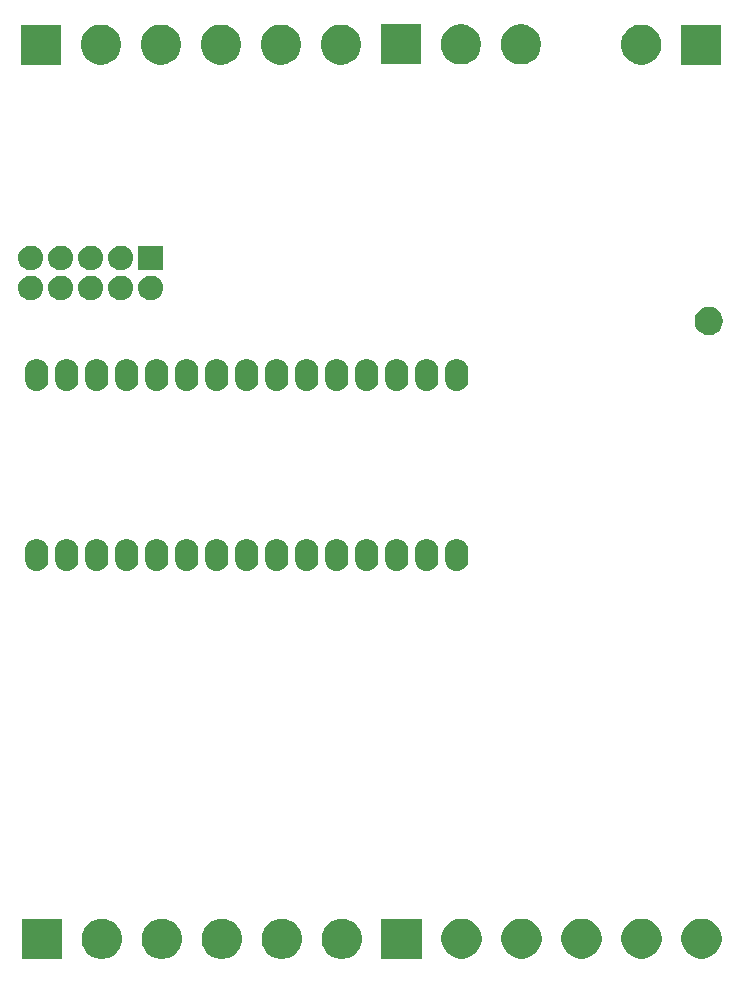
<source format=gbr>
G04 #@! TF.GenerationSoftware,KiCad,Pcbnew,5.0.2+dfsg1-1*
G04 #@! TF.CreationDate,2021-01-22T14:28:10+01:00*
G04 #@! TF.ProjectId,wat,7761742e-6b69-4636-9164-5f7063625858,rev?*
G04 #@! TF.SameCoordinates,Original*
G04 #@! TF.FileFunction,Soldermask,Bot*
G04 #@! TF.FilePolarity,Negative*
%FSLAX46Y46*%
G04 Gerber Fmt 4.6, Leading zero omitted, Abs format (unit mm)*
G04 Created by KiCad (PCBNEW 5.0.2+dfsg1-1) date vie 22 ene 2021 14:28:10 CET*
%MOMM*%
%LPD*%
G01*
G04 APERTURE LIST*
%ADD10C,0.100000*%
G04 APERTURE END LIST*
D10*
G36*
X92239977Y-153279930D02*
X92367672Y-153305330D01*
X92677052Y-153433479D01*
X92955487Y-153619523D01*
X93192277Y-153856313D01*
X93378321Y-154134748D01*
X93495949Y-154418728D01*
X93506470Y-154444129D01*
X93566748Y-154747163D01*
X93571800Y-154772565D01*
X93571800Y-155107435D01*
X93506470Y-155435872D01*
X93378321Y-155745252D01*
X93192277Y-156023687D01*
X92955487Y-156260477D01*
X92677052Y-156446521D01*
X92367672Y-156574670D01*
X92258193Y-156596447D01*
X92039237Y-156640000D01*
X91704363Y-156640000D01*
X91485407Y-156596447D01*
X91375928Y-156574670D01*
X91066548Y-156446521D01*
X90788113Y-156260477D01*
X90551323Y-156023687D01*
X90365279Y-155745252D01*
X90237130Y-155435872D01*
X90171800Y-155107435D01*
X90171800Y-154772565D01*
X90176853Y-154747163D01*
X90237130Y-154444129D01*
X90247651Y-154418728D01*
X90365279Y-154134748D01*
X90551323Y-153856313D01*
X90788113Y-153619523D01*
X91066548Y-153433479D01*
X91375928Y-153305330D01*
X91503623Y-153279930D01*
X91704363Y-153240000D01*
X92039237Y-153240000D01*
X92239977Y-153279930D01*
X92239977Y-153279930D01*
G37*
G36*
X82079977Y-153279930D02*
X82207672Y-153305330D01*
X82517052Y-153433479D01*
X82795487Y-153619523D01*
X83032277Y-153856313D01*
X83218321Y-154134748D01*
X83335949Y-154418728D01*
X83346470Y-154444129D01*
X83406748Y-154747163D01*
X83411800Y-154772565D01*
X83411800Y-155107435D01*
X83346470Y-155435872D01*
X83218321Y-155745252D01*
X83032277Y-156023687D01*
X82795487Y-156260477D01*
X82517052Y-156446521D01*
X82207672Y-156574670D01*
X82098193Y-156596447D01*
X81879237Y-156640000D01*
X81544363Y-156640000D01*
X81325407Y-156596447D01*
X81215928Y-156574670D01*
X80906548Y-156446521D01*
X80628113Y-156260477D01*
X80391323Y-156023687D01*
X80205279Y-155745252D01*
X80077130Y-155435872D01*
X80011800Y-155107435D01*
X80011800Y-154772565D01*
X80016853Y-154747163D01*
X80077130Y-154444129D01*
X80087651Y-154418728D01*
X80205279Y-154134748D01*
X80391323Y-153856313D01*
X80628113Y-153619523D01*
X80906548Y-153433479D01*
X81215928Y-153305330D01*
X81343623Y-153279930D01*
X81544363Y-153240000D01*
X81879237Y-153240000D01*
X82079977Y-153279930D01*
X82079977Y-153279930D01*
G37*
G36*
X68171800Y-156640000D02*
X64771800Y-156640000D01*
X64771800Y-153240000D01*
X68171800Y-153240000D01*
X68171800Y-156640000D01*
X68171800Y-156640000D01*
G37*
G36*
X76999977Y-153279930D02*
X77127672Y-153305330D01*
X77437052Y-153433479D01*
X77715487Y-153619523D01*
X77952277Y-153856313D01*
X78138321Y-154134748D01*
X78255949Y-154418728D01*
X78266470Y-154444129D01*
X78326748Y-154747163D01*
X78331800Y-154772565D01*
X78331800Y-155107435D01*
X78266470Y-155435872D01*
X78138321Y-155745252D01*
X77952277Y-156023687D01*
X77715487Y-156260477D01*
X77437052Y-156446521D01*
X77127672Y-156574670D01*
X77018193Y-156596447D01*
X76799237Y-156640000D01*
X76464363Y-156640000D01*
X76245407Y-156596447D01*
X76135928Y-156574670D01*
X75826548Y-156446521D01*
X75548113Y-156260477D01*
X75311323Y-156023687D01*
X75125279Y-155745252D01*
X74997130Y-155435872D01*
X74931800Y-155107435D01*
X74931800Y-154772565D01*
X74936853Y-154747163D01*
X74997130Y-154444129D01*
X75007651Y-154418728D01*
X75125279Y-154134748D01*
X75311323Y-153856313D01*
X75548113Y-153619523D01*
X75826548Y-153433479D01*
X76135928Y-153305330D01*
X76263623Y-153279930D01*
X76464363Y-153240000D01*
X76799237Y-153240000D01*
X76999977Y-153279930D01*
X76999977Y-153279930D01*
G37*
G36*
X71919977Y-153279930D02*
X72047672Y-153305330D01*
X72357052Y-153433479D01*
X72635487Y-153619523D01*
X72872277Y-153856313D01*
X73058321Y-154134748D01*
X73175949Y-154418728D01*
X73186470Y-154444129D01*
X73246748Y-154747163D01*
X73251800Y-154772565D01*
X73251800Y-155107435D01*
X73186470Y-155435872D01*
X73058321Y-155745252D01*
X72872277Y-156023687D01*
X72635487Y-156260477D01*
X72357052Y-156446521D01*
X72047672Y-156574670D01*
X71938193Y-156596447D01*
X71719237Y-156640000D01*
X71384363Y-156640000D01*
X71165407Y-156596447D01*
X71055928Y-156574670D01*
X70746548Y-156446521D01*
X70468113Y-156260477D01*
X70231323Y-156023687D01*
X70045279Y-155745252D01*
X69917130Y-155435872D01*
X69851800Y-155107435D01*
X69851800Y-154772565D01*
X69856853Y-154747163D01*
X69917130Y-154444129D01*
X69927651Y-154418728D01*
X70045279Y-154134748D01*
X70231323Y-153856313D01*
X70468113Y-153619523D01*
X70746548Y-153433479D01*
X71055928Y-153305330D01*
X71183623Y-153279930D01*
X71384363Y-153240000D01*
X71719237Y-153240000D01*
X71919977Y-153279930D01*
X71919977Y-153279930D01*
G37*
G36*
X87159977Y-153279930D02*
X87287672Y-153305330D01*
X87597052Y-153433479D01*
X87875487Y-153619523D01*
X88112277Y-153856313D01*
X88298321Y-154134748D01*
X88415949Y-154418728D01*
X88426470Y-154444129D01*
X88486748Y-154747163D01*
X88491800Y-154772565D01*
X88491800Y-155107435D01*
X88426470Y-155435872D01*
X88298321Y-155745252D01*
X88112277Y-156023687D01*
X87875487Y-156260477D01*
X87597052Y-156446521D01*
X87287672Y-156574670D01*
X87178193Y-156596447D01*
X86959237Y-156640000D01*
X86624363Y-156640000D01*
X86405407Y-156596447D01*
X86295928Y-156574670D01*
X85986548Y-156446521D01*
X85708113Y-156260477D01*
X85471323Y-156023687D01*
X85285279Y-155745252D01*
X85157130Y-155435872D01*
X85091800Y-155107435D01*
X85091800Y-154772565D01*
X85096853Y-154747163D01*
X85157130Y-154444129D01*
X85167651Y-154418728D01*
X85285279Y-154134748D01*
X85471323Y-153856313D01*
X85708113Y-153619523D01*
X85986548Y-153433479D01*
X86295928Y-153305330D01*
X86423623Y-153279930D01*
X86624363Y-153240000D01*
X86959237Y-153240000D01*
X87159977Y-153279930D01*
X87159977Y-153279930D01*
G37*
G36*
X117632793Y-153258153D02*
X117742272Y-153279930D01*
X118051652Y-153408079D01*
X118330087Y-153594123D01*
X118566877Y-153830913D01*
X118752921Y-154109348D01*
X118881070Y-154418728D01*
X118902847Y-154528207D01*
X118946400Y-154747163D01*
X118946400Y-155082037D01*
X118902847Y-155300993D01*
X118881070Y-155410472D01*
X118752921Y-155719852D01*
X118566877Y-155998287D01*
X118330087Y-156235077D01*
X118051652Y-156421121D01*
X117742272Y-156549270D01*
X117632793Y-156571047D01*
X117413837Y-156614600D01*
X117078963Y-156614600D01*
X116860007Y-156571047D01*
X116750528Y-156549270D01*
X116441148Y-156421121D01*
X116162713Y-156235077D01*
X115925923Y-155998287D01*
X115739879Y-155719852D01*
X115611730Y-155410472D01*
X115589953Y-155300993D01*
X115546400Y-155082037D01*
X115546400Y-154747163D01*
X115589953Y-154528207D01*
X115611730Y-154418728D01*
X115739879Y-154109348D01*
X115925923Y-153830913D01*
X116162713Y-153594123D01*
X116441148Y-153408079D01*
X116750528Y-153279930D01*
X116860007Y-153258153D01*
X117078963Y-153214600D01*
X117413837Y-153214600D01*
X117632793Y-153258153D01*
X117632793Y-153258153D01*
G37*
G36*
X122712793Y-153258153D02*
X122822272Y-153279930D01*
X123131652Y-153408079D01*
X123410087Y-153594123D01*
X123646877Y-153830913D01*
X123832921Y-154109348D01*
X123961070Y-154418728D01*
X123982847Y-154528207D01*
X124026400Y-154747163D01*
X124026400Y-155082037D01*
X123982847Y-155300993D01*
X123961070Y-155410472D01*
X123832921Y-155719852D01*
X123646877Y-155998287D01*
X123410087Y-156235077D01*
X123131652Y-156421121D01*
X122822272Y-156549270D01*
X122712793Y-156571047D01*
X122493837Y-156614600D01*
X122158963Y-156614600D01*
X121940007Y-156571047D01*
X121830528Y-156549270D01*
X121521148Y-156421121D01*
X121242713Y-156235077D01*
X121005923Y-155998287D01*
X120819879Y-155719852D01*
X120691730Y-155410472D01*
X120669953Y-155300993D01*
X120626400Y-155082037D01*
X120626400Y-154747163D01*
X120669953Y-154528207D01*
X120691730Y-154418728D01*
X120819879Y-154109348D01*
X121005923Y-153830913D01*
X121242713Y-153594123D01*
X121521148Y-153408079D01*
X121830528Y-153279930D01*
X121940007Y-153258153D01*
X122158963Y-153214600D01*
X122493837Y-153214600D01*
X122712793Y-153258153D01*
X122712793Y-153258153D01*
G37*
G36*
X112552793Y-153258153D02*
X112662272Y-153279930D01*
X112971652Y-153408079D01*
X113250087Y-153594123D01*
X113486877Y-153830913D01*
X113672921Y-154109348D01*
X113801070Y-154418728D01*
X113822847Y-154528207D01*
X113866400Y-154747163D01*
X113866400Y-155082037D01*
X113822847Y-155300993D01*
X113801070Y-155410472D01*
X113672921Y-155719852D01*
X113486877Y-155998287D01*
X113250087Y-156235077D01*
X112971652Y-156421121D01*
X112662272Y-156549270D01*
X112552793Y-156571047D01*
X112333837Y-156614600D01*
X111998963Y-156614600D01*
X111780007Y-156571047D01*
X111670528Y-156549270D01*
X111361148Y-156421121D01*
X111082713Y-156235077D01*
X110845923Y-155998287D01*
X110659879Y-155719852D01*
X110531730Y-155410472D01*
X110509953Y-155300993D01*
X110466400Y-155082037D01*
X110466400Y-154747163D01*
X110509953Y-154528207D01*
X110531730Y-154418728D01*
X110659879Y-154109348D01*
X110845923Y-153830913D01*
X111082713Y-153594123D01*
X111361148Y-153408079D01*
X111670528Y-153279930D01*
X111780007Y-153258153D01*
X111998963Y-153214600D01*
X112333837Y-153214600D01*
X112552793Y-153258153D01*
X112552793Y-153258153D01*
G37*
G36*
X102392793Y-153258153D02*
X102502272Y-153279930D01*
X102811652Y-153408079D01*
X103090087Y-153594123D01*
X103326877Y-153830913D01*
X103512921Y-154109348D01*
X103641070Y-154418728D01*
X103662847Y-154528207D01*
X103706400Y-154747163D01*
X103706400Y-155082037D01*
X103662847Y-155300993D01*
X103641070Y-155410472D01*
X103512921Y-155719852D01*
X103326877Y-155998287D01*
X103090087Y-156235077D01*
X102811652Y-156421121D01*
X102502272Y-156549270D01*
X102392793Y-156571047D01*
X102173837Y-156614600D01*
X101838963Y-156614600D01*
X101620007Y-156571047D01*
X101510528Y-156549270D01*
X101201148Y-156421121D01*
X100922713Y-156235077D01*
X100685923Y-155998287D01*
X100499879Y-155719852D01*
X100371730Y-155410472D01*
X100349953Y-155300993D01*
X100306400Y-155082037D01*
X100306400Y-154747163D01*
X100349953Y-154528207D01*
X100371730Y-154418728D01*
X100499879Y-154109348D01*
X100685923Y-153830913D01*
X100922713Y-153594123D01*
X101201148Y-153408079D01*
X101510528Y-153279930D01*
X101620007Y-153258153D01*
X101838963Y-153214600D01*
X102173837Y-153214600D01*
X102392793Y-153258153D01*
X102392793Y-153258153D01*
G37*
G36*
X107472793Y-153258153D02*
X107582272Y-153279930D01*
X107891652Y-153408079D01*
X108170087Y-153594123D01*
X108406877Y-153830913D01*
X108592921Y-154109348D01*
X108721070Y-154418728D01*
X108742847Y-154528207D01*
X108786400Y-154747163D01*
X108786400Y-155082037D01*
X108742847Y-155300993D01*
X108721070Y-155410472D01*
X108592921Y-155719852D01*
X108406877Y-155998287D01*
X108170087Y-156235077D01*
X107891652Y-156421121D01*
X107582272Y-156549270D01*
X107472793Y-156571047D01*
X107253837Y-156614600D01*
X106918963Y-156614600D01*
X106700007Y-156571047D01*
X106590528Y-156549270D01*
X106281148Y-156421121D01*
X106002713Y-156235077D01*
X105765923Y-155998287D01*
X105579879Y-155719852D01*
X105451730Y-155410472D01*
X105429953Y-155300993D01*
X105386400Y-155082037D01*
X105386400Y-154747163D01*
X105429953Y-154528207D01*
X105451730Y-154418728D01*
X105579879Y-154109348D01*
X105765923Y-153830913D01*
X106002713Y-153594123D01*
X106281148Y-153408079D01*
X106590528Y-153279930D01*
X106700007Y-153258153D01*
X106918963Y-153214600D01*
X107253837Y-153214600D01*
X107472793Y-153258153D01*
X107472793Y-153258153D01*
G37*
G36*
X98626400Y-156614600D02*
X95226400Y-156614600D01*
X95226400Y-153214600D01*
X98626400Y-153214600D01*
X98626400Y-156614600D01*
X98626400Y-156614600D01*
G37*
G36*
X91633564Y-121099287D02*
X91757648Y-121136928D01*
X91819691Y-121155748D01*
X91911378Y-121204756D01*
X91991224Y-121247435D01*
X91991226Y-121247436D01*
X91991225Y-121247436D01*
X92141575Y-121370825D01*
X92264964Y-121521175D01*
X92356652Y-121692709D01*
X92356652Y-121692710D01*
X92413113Y-121878837D01*
X92427400Y-122023898D01*
X92427400Y-122832103D01*
X92413113Y-122977164D01*
X92375472Y-123101248D01*
X92356652Y-123163291D01*
X92264964Y-123334825D01*
X92141575Y-123485175D01*
X91991224Y-123608566D01*
X91819693Y-123700251D01*
X91771260Y-123714943D01*
X91633563Y-123756713D01*
X91440000Y-123775777D01*
X91246436Y-123756713D01*
X91122352Y-123719072D01*
X91060309Y-123700252D01*
X90968622Y-123651244D01*
X90888776Y-123608565D01*
X90738425Y-123485175D01*
X90615034Y-123334824D01*
X90523349Y-123163293D01*
X90508657Y-123114860D01*
X90466887Y-122977163D01*
X90452600Y-122832102D01*
X90452600Y-122023897D01*
X90466887Y-121878836D01*
X90523349Y-121692710D01*
X90615036Y-121521176D01*
X90738426Y-121370825D01*
X90888777Y-121247435D01*
X90968623Y-121204756D01*
X91060310Y-121155748D01*
X91122353Y-121136928D01*
X91246437Y-121099287D01*
X91440000Y-121080223D01*
X91633564Y-121099287D01*
X91633564Y-121099287D01*
G37*
G36*
X101793564Y-121099287D02*
X101917648Y-121136928D01*
X101979691Y-121155748D01*
X102071378Y-121204756D01*
X102151224Y-121247435D01*
X102151226Y-121247436D01*
X102151225Y-121247436D01*
X102301575Y-121370825D01*
X102424964Y-121521175D01*
X102516652Y-121692709D01*
X102516652Y-121692710D01*
X102573113Y-121878837D01*
X102587400Y-122023898D01*
X102587400Y-122832103D01*
X102573113Y-122977164D01*
X102535472Y-123101248D01*
X102516652Y-123163291D01*
X102424964Y-123334825D01*
X102301575Y-123485175D01*
X102151224Y-123608566D01*
X101979693Y-123700251D01*
X101931260Y-123714943D01*
X101793563Y-123756713D01*
X101600000Y-123775777D01*
X101406436Y-123756713D01*
X101282352Y-123719072D01*
X101220309Y-123700252D01*
X101128622Y-123651244D01*
X101048776Y-123608565D01*
X100898425Y-123485175D01*
X100775034Y-123334824D01*
X100683349Y-123163293D01*
X100668657Y-123114860D01*
X100626887Y-122977163D01*
X100612600Y-122832102D01*
X100612600Y-122023897D01*
X100626887Y-121878836D01*
X100683349Y-121692710D01*
X100775036Y-121521176D01*
X100898426Y-121370825D01*
X101048777Y-121247435D01*
X101128623Y-121204756D01*
X101220310Y-121155748D01*
X101282353Y-121136928D01*
X101406437Y-121099287D01*
X101600000Y-121080223D01*
X101793564Y-121099287D01*
X101793564Y-121099287D01*
G37*
G36*
X99253564Y-121099287D02*
X99377648Y-121136928D01*
X99439691Y-121155748D01*
X99531378Y-121204756D01*
X99611224Y-121247435D01*
X99611226Y-121247436D01*
X99611225Y-121247436D01*
X99761575Y-121370825D01*
X99884964Y-121521175D01*
X99976652Y-121692709D01*
X99976652Y-121692710D01*
X100033113Y-121878837D01*
X100047400Y-122023898D01*
X100047400Y-122832103D01*
X100033113Y-122977164D01*
X99995472Y-123101248D01*
X99976652Y-123163291D01*
X99884964Y-123334825D01*
X99761575Y-123485175D01*
X99611224Y-123608566D01*
X99439693Y-123700251D01*
X99391260Y-123714943D01*
X99253563Y-123756713D01*
X99060000Y-123775777D01*
X98866436Y-123756713D01*
X98742352Y-123719072D01*
X98680309Y-123700252D01*
X98588622Y-123651244D01*
X98508776Y-123608565D01*
X98358425Y-123485175D01*
X98235034Y-123334824D01*
X98143349Y-123163293D01*
X98128657Y-123114860D01*
X98086887Y-122977163D01*
X98072600Y-122832102D01*
X98072600Y-122023897D01*
X98086887Y-121878836D01*
X98143349Y-121692710D01*
X98235036Y-121521176D01*
X98358426Y-121370825D01*
X98508777Y-121247435D01*
X98588623Y-121204756D01*
X98680310Y-121155748D01*
X98742353Y-121136928D01*
X98866437Y-121099287D01*
X99060000Y-121080223D01*
X99253564Y-121099287D01*
X99253564Y-121099287D01*
G37*
G36*
X96713564Y-121099287D02*
X96837648Y-121136928D01*
X96899691Y-121155748D01*
X96991378Y-121204756D01*
X97071224Y-121247435D01*
X97071226Y-121247436D01*
X97071225Y-121247436D01*
X97221575Y-121370825D01*
X97344964Y-121521175D01*
X97436652Y-121692709D01*
X97436652Y-121692710D01*
X97493113Y-121878837D01*
X97507400Y-122023898D01*
X97507400Y-122832103D01*
X97493113Y-122977164D01*
X97455472Y-123101248D01*
X97436652Y-123163291D01*
X97344964Y-123334825D01*
X97221575Y-123485175D01*
X97071224Y-123608566D01*
X96899693Y-123700251D01*
X96851260Y-123714943D01*
X96713563Y-123756713D01*
X96520000Y-123775777D01*
X96326436Y-123756713D01*
X96202352Y-123719072D01*
X96140309Y-123700252D01*
X96048622Y-123651244D01*
X95968776Y-123608565D01*
X95818425Y-123485175D01*
X95695034Y-123334824D01*
X95603349Y-123163293D01*
X95588657Y-123114860D01*
X95546887Y-122977163D01*
X95532600Y-122832102D01*
X95532600Y-122023897D01*
X95546887Y-121878836D01*
X95603349Y-121692710D01*
X95695036Y-121521176D01*
X95818426Y-121370825D01*
X95968777Y-121247435D01*
X96048623Y-121204756D01*
X96140310Y-121155748D01*
X96202353Y-121136928D01*
X96326437Y-121099287D01*
X96520000Y-121080223D01*
X96713564Y-121099287D01*
X96713564Y-121099287D01*
G37*
G36*
X94173564Y-121099287D02*
X94297648Y-121136928D01*
X94359691Y-121155748D01*
X94451378Y-121204756D01*
X94531224Y-121247435D01*
X94531226Y-121247436D01*
X94531225Y-121247436D01*
X94681575Y-121370825D01*
X94804964Y-121521175D01*
X94896652Y-121692709D01*
X94896652Y-121692710D01*
X94953113Y-121878837D01*
X94967400Y-122023898D01*
X94967400Y-122832103D01*
X94953113Y-122977164D01*
X94915472Y-123101248D01*
X94896652Y-123163291D01*
X94804964Y-123334825D01*
X94681575Y-123485175D01*
X94531224Y-123608566D01*
X94359693Y-123700251D01*
X94311260Y-123714943D01*
X94173563Y-123756713D01*
X93980000Y-123775777D01*
X93786436Y-123756713D01*
X93662352Y-123719072D01*
X93600309Y-123700252D01*
X93508622Y-123651244D01*
X93428776Y-123608565D01*
X93278425Y-123485175D01*
X93155034Y-123334824D01*
X93063349Y-123163293D01*
X93048657Y-123114860D01*
X93006887Y-122977163D01*
X92992600Y-122832102D01*
X92992600Y-122023897D01*
X93006887Y-121878836D01*
X93063349Y-121692710D01*
X93155036Y-121521176D01*
X93278426Y-121370825D01*
X93428777Y-121247435D01*
X93508623Y-121204756D01*
X93600310Y-121155748D01*
X93662353Y-121136928D01*
X93786437Y-121099287D01*
X93980000Y-121080223D01*
X94173564Y-121099287D01*
X94173564Y-121099287D01*
G37*
G36*
X86553564Y-121099287D02*
X86677648Y-121136928D01*
X86739691Y-121155748D01*
X86831378Y-121204756D01*
X86911224Y-121247435D01*
X86911226Y-121247436D01*
X86911225Y-121247436D01*
X87061575Y-121370825D01*
X87184964Y-121521175D01*
X87276652Y-121692709D01*
X87276652Y-121692710D01*
X87333113Y-121878837D01*
X87347400Y-122023898D01*
X87347400Y-122832103D01*
X87333113Y-122977164D01*
X87295472Y-123101248D01*
X87276652Y-123163291D01*
X87184964Y-123334825D01*
X87061575Y-123485175D01*
X86911224Y-123608566D01*
X86739693Y-123700251D01*
X86691260Y-123714943D01*
X86553563Y-123756713D01*
X86360000Y-123775777D01*
X86166436Y-123756713D01*
X86042352Y-123719072D01*
X85980309Y-123700252D01*
X85888622Y-123651244D01*
X85808776Y-123608565D01*
X85658425Y-123485175D01*
X85535034Y-123334824D01*
X85443349Y-123163293D01*
X85428657Y-123114860D01*
X85386887Y-122977163D01*
X85372600Y-122832102D01*
X85372600Y-122023897D01*
X85386887Y-121878836D01*
X85443349Y-121692710D01*
X85535036Y-121521176D01*
X85658426Y-121370825D01*
X85808777Y-121247435D01*
X85888623Y-121204756D01*
X85980310Y-121155748D01*
X86042353Y-121136928D01*
X86166437Y-121099287D01*
X86360000Y-121080223D01*
X86553564Y-121099287D01*
X86553564Y-121099287D01*
G37*
G36*
X84013564Y-121099287D02*
X84137648Y-121136928D01*
X84199691Y-121155748D01*
X84291378Y-121204756D01*
X84371224Y-121247435D01*
X84371226Y-121247436D01*
X84371225Y-121247436D01*
X84521575Y-121370825D01*
X84644964Y-121521175D01*
X84736652Y-121692709D01*
X84736652Y-121692710D01*
X84793113Y-121878837D01*
X84807400Y-122023898D01*
X84807400Y-122832103D01*
X84793113Y-122977164D01*
X84755472Y-123101248D01*
X84736652Y-123163291D01*
X84644964Y-123334825D01*
X84521575Y-123485175D01*
X84371224Y-123608566D01*
X84199693Y-123700251D01*
X84151260Y-123714943D01*
X84013563Y-123756713D01*
X83820000Y-123775777D01*
X83626436Y-123756713D01*
X83502352Y-123719072D01*
X83440309Y-123700252D01*
X83348622Y-123651244D01*
X83268776Y-123608565D01*
X83118425Y-123485175D01*
X82995034Y-123334824D01*
X82903349Y-123163293D01*
X82888657Y-123114860D01*
X82846887Y-122977163D01*
X82832600Y-122832102D01*
X82832600Y-122023897D01*
X82846887Y-121878836D01*
X82903349Y-121692710D01*
X82995036Y-121521176D01*
X83118426Y-121370825D01*
X83268777Y-121247435D01*
X83348623Y-121204756D01*
X83440310Y-121155748D01*
X83502353Y-121136928D01*
X83626437Y-121099287D01*
X83820000Y-121080223D01*
X84013564Y-121099287D01*
X84013564Y-121099287D01*
G37*
G36*
X81473564Y-121099287D02*
X81597648Y-121136928D01*
X81659691Y-121155748D01*
X81751378Y-121204756D01*
X81831224Y-121247435D01*
X81831226Y-121247436D01*
X81831225Y-121247436D01*
X81981575Y-121370825D01*
X82104964Y-121521175D01*
X82196652Y-121692709D01*
X82196652Y-121692710D01*
X82253113Y-121878837D01*
X82267400Y-122023898D01*
X82267400Y-122832103D01*
X82253113Y-122977164D01*
X82215472Y-123101248D01*
X82196652Y-123163291D01*
X82104964Y-123334825D01*
X81981575Y-123485175D01*
X81831224Y-123608566D01*
X81659693Y-123700251D01*
X81611260Y-123714943D01*
X81473563Y-123756713D01*
X81280000Y-123775777D01*
X81086436Y-123756713D01*
X80962352Y-123719072D01*
X80900309Y-123700252D01*
X80808622Y-123651244D01*
X80728776Y-123608565D01*
X80578425Y-123485175D01*
X80455034Y-123334824D01*
X80363349Y-123163293D01*
X80348657Y-123114860D01*
X80306887Y-122977163D01*
X80292600Y-122832102D01*
X80292600Y-122023897D01*
X80306887Y-121878836D01*
X80363349Y-121692710D01*
X80455036Y-121521176D01*
X80578426Y-121370825D01*
X80728777Y-121247435D01*
X80808623Y-121204756D01*
X80900310Y-121155748D01*
X80962353Y-121136928D01*
X81086437Y-121099287D01*
X81280000Y-121080223D01*
X81473564Y-121099287D01*
X81473564Y-121099287D01*
G37*
G36*
X78933564Y-121099287D02*
X79057648Y-121136928D01*
X79119691Y-121155748D01*
X79211378Y-121204756D01*
X79291224Y-121247435D01*
X79291226Y-121247436D01*
X79291225Y-121247436D01*
X79441575Y-121370825D01*
X79564964Y-121521175D01*
X79656652Y-121692709D01*
X79656652Y-121692710D01*
X79713113Y-121878837D01*
X79727400Y-122023898D01*
X79727400Y-122832103D01*
X79713113Y-122977164D01*
X79675472Y-123101248D01*
X79656652Y-123163291D01*
X79564964Y-123334825D01*
X79441575Y-123485175D01*
X79291224Y-123608566D01*
X79119693Y-123700251D01*
X79071260Y-123714943D01*
X78933563Y-123756713D01*
X78740000Y-123775777D01*
X78546436Y-123756713D01*
X78422352Y-123719072D01*
X78360309Y-123700252D01*
X78268622Y-123651244D01*
X78188776Y-123608565D01*
X78038425Y-123485175D01*
X77915034Y-123334824D01*
X77823349Y-123163293D01*
X77808657Y-123114860D01*
X77766887Y-122977163D01*
X77752600Y-122832102D01*
X77752600Y-122023897D01*
X77766887Y-121878836D01*
X77823349Y-121692710D01*
X77915036Y-121521176D01*
X78038426Y-121370825D01*
X78188777Y-121247435D01*
X78268623Y-121204756D01*
X78360310Y-121155748D01*
X78422353Y-121136928D01*
X78546437Y-121099287D01*
X78740000Y-121080223D01*
X78933564Y-121099287D01*
X78933564Y-121099287D01*
G37*
G36*
X89093564Y-121099287D02*
X89217648Y-121136928D01*
X89279691Y-121155748D01*
X89371378Y-121204756D01*
X89451224Y-121247435D01*
X89451226Y-121247436D01*
X89451225Y-121247436D01*
X89601575Y-121370825D01*
X89724964Y-121521175D01*
X89816652Y-121692709D01*
X89816652Y-121692710D01*
X89873113Y-121878837D01*
X89887400Y-122023898D01*
X89887400Y-122832103D01*
X89873113Y-122977164D01*
X89835472Y-123101248D01*
X89816652Y-123163291D01*
X89724964Y-123334825D01*
X89601575Y-123485175D01*
X89451224Y-123608566D01*
X89279693Y-123700251D01*
X89231260Y-123714943D01*
X89093563Y-123756713D01*
X88900000Y-123775777D01*
X88706436Y-123756713D01*
X88582352Y-123719072D01*
X88520309Y-123700252D01*
X88428622Y-123651244D01*
X88348776Y-123608565D01*
X88198425Y-123485175D01*
X88075034Y-123334824D01*
X87983349Y-123163293D01*
X87968657Y-123114860D01*
X87926887Y-122977163D01*
X87912600Y-122832102D01*
X87912600Y-122023897D01*
X87926887Y-121878836D01*
X87983349Y-121692710D01*
X88075036Y-121521176D01*
X88198426Y-121370825D01*
X88348777Y-121247435D01*
X88428623Y-121204756D01*
X88520310Y-121155748D01*
X88582353Y-121136928D01*
X88706437Y-121099287D01*
X88900000Y-121080223D01*
X89093564Y-121099287D01*
X89093564Y-121099287D01*
G37*
G36*
X76393564Y-121099287D02*
X76517648Y-121136928D01*
X76579691Y-121155748D01*
X76671378Y-121204756D01*
X76751224Y-121247435D01*
X76751226Y-121247436D01*
X76751225Y-121247436D01*
X76901575Y-121370825D01*
X77024964Y-121521175D01*
X77116652Y-121692709D01*
X77116652Y-121692710D01*
X77173113Y-121878837D01*
X77187400Y-122023898D01*
X77187400Y-122832103D01*
X77173113Y-122977164D01*
X77135472Y-123101248D01*
X77116652Y-123163291D01*
X77024964Y-123334825D01*
X76901575Y-123485175D01*
X76751224Y-123608566D01*
X76579693Y-123700251D01*
X76531260Y-123714943D01*
X76393563Y-123756713D01*
X76200000Y-123775777D01*
X76006436Y-123756713D01*
X75882352Y-123719072D01*
X75820309Y-123700252D01*
X75728622Y-123651244D01*
X75648776Y-123608565D01*
X75498425Y-123485175D01*
X75375034Y-123334824D01*
X75283349Y-123163293D01*
X75268657Y-123114860D01*
X75226887Y-122977163D01*
X75212600Y-122832102D01*
X75212600Y-122023897D01*
X75226887Y-121878836D01*
X75283349Y-121692710D01*
X75375036Y-121521176D01*
X75498426Y-121370825D01*
X75648777Y-121247435D01*
X75728623Y-121204756D01*
X75820310Y-121155748D01*
X75882353Y-121136928D01*
X76006437Y-121099287D01*
X76200000Y-121080223D01*
X76393564Y-121099287D01*
X76393564Y-121099287D01*
G37*
G36*
X71313564Y-121099287D02*
X71437648Y-121136928D01*
X71499691Y-121155748D01*
X71591378Y-121204756D01*
X71671224Y-121247435D01*
X71671226Y-121247436D01*
X71671225Y-121247436D01*
X71821575Y-121370825D01*
X71944964Y-121521175D01*
X72036652Y-121692709D01*
X72036652Y-121692710D01*
X72093113Y-121878837D01*
X72107400Y-122023898D01*
X72107400Y-122832103D01*
X72093113Y-122977164D01*
X72055472Y-123101248D01*
X72036652Y-123163291D01*
X71944964Y-123334825D01*
X71821575Y-123485175D01*
X71671224Y-123608566D01*
X71499693Y-123700251D01*
X71451260Y-123714943D01*
X71313563Y-123756713D01*
X71120000Y-123775777D01*
X70926436Y-123756713D01*
X70802352Y-123719072D01*
X70740309Y-123700252D01*
X70648622Y-123651244D01*
X70568776Y-123608565D01*
X70418425Y-123485175D01*
X70295034Y-123334824D01*
X70203349Y-123163293D01*
X70188657Y-123114860D01*
X70146887Y-122977163D01*
X70132600Y-122832102D01*
X70132600Y-122023897D01*
X70146887Y-121878836D01*
X70203349Y-121692710D01*
X70295036Y-121521176D01*
X70418426Y-121370825D01*
X70568777Y-121247435D01*
X70648623Y-121204756D01*
X70740310Y-121155748D01*
X70802353Y-121136928D01*
X70926437Y-121099287D01*
X71120000Y-121080223D01*
X71313564Y-121099287D01*
X71313564Y-121099287D01*
G37*
G36*
X68773564Y-121099287D02*
X68897648Y-121136928D01*
X68959691Y-121155748D01*
X69051378Y-121204756D01*
X69131224Y-121247435D01*
X69131226Y-121247436D01*
X69131225Y-121247436D01*
X69281575Y-121370825D01*
X69404964Y-121521175D01*
X69496652Y-121692709D01*
X69496652Y-121692710D01*
X69553113Y-121878837D01*
X69567400Y-122023898D01*
X69567400Y-122832103D01*
X69553113Y-122977164D01*
X69515472Y-123101248D01*
X69496652Y-123163291D01*
X69404964Y-123334825D01*
X69281575Y-123485175D01*
X69131224Y-123608566D01*
X68959693Y-123700251D01*
X68911260Y-123714943D01*
X68773563Y-123756713D01*
X68580000Y-123775777D01*
X68386436Y-123756713D01*
X68262352Y-123719072D01*
X68200309Y-123700252D01*
X68108622Y-123651244D01*
X68028776Y-123608565D01*
X67878425Y-123485175D01*
X67755034Y-123334824D01*
X67663349Y-123163293D01*
X67648657Y-123114860D01*
X67606887Y-122977163D01*
X67592600Y-122832102D01*
X67592600Y-122023897D01*
X67606887Y-121878836D01*
X67663349Y-121692710D01*
X67755036Y-121521176D01*
X67878426Y-121370825D01*
X68028777Y-121247435D01*
X68108623Y-121204756D01*
X68200310Y-121155748D01*
X68262353Y-121136928D01*
X68386437Y-121099287D01*
X68580000Y-121080223D01*
X68773564Y-121099287D01*
X68773564Y-121099287D01*
G37*
G36*
X66233564Y-121099287D02*
X66357648Y-121136928D01*
X66419691Y-121155748D01*
X66511378Y-121204756D01*
X66591224Y-121247435D01*
X66591226Y-121247436D01*
X66591225Y-121247436D01*
X66741575Y-121370825D01*
X66864964Y-121521175D01*
X66956652Y-121692709D01*
X66956652Y-121692710D01*
X67013113Y-121878837D01*
X67027400Y-122023898D01*
X67027400Y-122832103D01*
X67013113Y-122977164D01*
X66975472Y-123101248D01*
X66956652Y-123163291D01*
X66864964Y-123334825D01*
X66741575Y-123485175D01*
X66591224Y-123608566D01*
X66419693Y-123700251D01*
X66371260Y-123714943D01*
X66233563Y-123756713D01*
X66040000Y-123775777D01*
X65846436Y-123756713D01*
X65722352Y-123719072D01*
X65660309Y-123700252D01*
X65568622Y-123651244D01*
X65488776Y-123608565D01*
X65338425Y-123485175D01*
X65215034Y-123334824D01*
X65123349Y-123163293D01*
X65108657Y-123114860D01*
X65066887Y-122977163D01*
X65052600Y-122832102D01*
X65052600Y-122023897D01*
X65066887Y-121878836D01*
X65123349Y-121692710D01*
X65215036Y-121521176D01*
X65338426Y-121370825D01*
X65488777Y-121247435D01*
X65568623Y-121204756D01*
X65660310Y-121155748D01*
X65722353Y-121136928D01*
X65846437Y-121099287D01*
X66040000Y-121080223D01*
X66233564Y-121099287D01*
X66233564Y-121099287D01*
G37*
G36*
X73853564Y-121099287D02*
X73977648Y-121136928D01*
X74039691Y-121155748D01*
X74131378Y-121204756D01*
X74211224Y-121247435D01*
X74211226Y-121247436D01*
X74211225Y-121247436D01*
X74361575Y-121370825D01*
X74484964Y-121521175D01*
X74576652Y-121692709D01*
X74576652Y-121692710D01*
X74633113Y-121878837D01*
X74647400Y-122023898D01*
X74647400Y-122832103D01*
X74633113Y-122977164D01*
X74595472Y-123101248D01*
X74576652Y-123163291D01*
X74484964Y-123334825D01*
X74361575Y-123485175D01*
X74211224Y-123608566D01*
X74039693Y-123700251D01*
X73991260Y-123714943D01*
X73853563Y-123756713D01*
X73660000Y-123775777D01*
X73466436Y-123756713D01*
X73342352Y-123719072D01*
X73280309Y-123700252D01*
X73188622Y-123651244D01*
X73108776Y-123608565D01*
X72958425Y-123485175D01*
X72835034Y-123334824D01*
X72743349Y-123163293D01*
X72728657Y-123114860D01*
X72686887Y-122977163D01*
X72672600Y-122832102D01*
X72672600Y-122023897D01*
X72686887Y-121878836D01*
X72743349Y-121692710D01*
X72835036Y-121521176D01*
X72958426Y-121370825D01*
X73108777Y-121247435D01*
X73188623Y-121204756D01*
X73280310Y-121155748D01*
X73342353Y-121136928D01*
X73466437Y-121099287D01*
X73660000Y-121080223D01*
X73853564Y-121099287D01*
X73853564Y-121099287D01*
G37*
G36*
X76393564Y-105859287D02*
X76517648Y-105896928D01*
X76579691Y-105915748D01*
X76671378Y-105964756D01*
X76751224Y-106007435D01*
X76751226Y-106007436D01*
X76751225Y-106007436D01*
X76901575Y-106130825D01*
X77024964Y-106281175D01*
X77116652Y-106452709D01*
X77116652Y-106452710D01*
X77173113Y-106638837D01*
X77187400Y-106783898D01*
X77187400Y-107592103D01*
X77173113Y-107737164D01*
X77135472Y-107861248D01*
X77116652Y-107923291D01*
X77024964Y-108094825D01*
X76901575Y-108245175D01*
X76751224Y-108368566D01*
X76579693Y-108460251D01*
X76531260Y-108474943D01*
X76393563Y-108516713D01*
X76200000Y-108535777D01*
X76006436Y-108516713D01*
X75882352Y-108479072D01*
X75820309Y-108460252D01*
X75728622Y-108411244D01*
X75648776Y-108368565D01*
X75498425Y-108245175D01*
X75375034Y-108094824D01*
X75283349Y-107923293D01*
X75268657Y-107874860D01*
X75226887Y-107737163D01*
X75212600Y-107592102D01*
X75212600Y-106783897D01*
X75226887Y-106638836D01*
X75283349Y-106452710D01*
X75375036Y-106281176D01*
X75498426Y-106130825D01*
X75648777Y-106007435D01*
X75728623Y-105964756D01*
X75820310Y-105915748D01*
X75882353Y-105896928D01*
X76006437Y-105859287D01*
X76200000Y-105840223D01*
X76393564Y-105859287D01*
X76393564Y-105859287D01*
G37*
G36*
X96713564Y-105859287D02*
X96837648Y-105896928D01*
X96899691Y-105915748D01*
X96991378Y-105964756D01*
X97071224Y-106007435D01*
X97071226Y-106007436D01*
X97071225Y-106007436D01*
X97221575Y-106130825D01*
X97344964Y-106281175D01*
X97436652Y-106452709D01*
X97436652Y-106452710D01*
X97493113Y-106638837D01*
X97507400Y-106783898D01*
X97507400Y-107592103D01*
X97493113Y-107737164D01*
X97455472Y-107861248D01*
X97436652Y-107923291D01*
X97344964Y-108094825D01*
X97221575Y-108245175D01*
X97071224Y-108368566D01*
X96899693Y-108460251D01*
X96851260Y-108474943D01*
X96713563Y-108516713D01*
X96520000Y-108535777D01*
X96326436Y-108516713D01*
X96202352Y-108479072D01*
X96140309Y-108460252D01*
X96048622Y-108411244D01*
X95968776Y-108368565D01*
X95818425Y-108245175D01*
X95695034Y-108094824D01*
X95603349Y-107923293D01*
X95588657Y-107874860D01*
X95546887Y-107737163D01*
X95532600Y-107592102D01*
X95532600Y-106783897D01*
X95546887Y-106638836D01*
X95603349Y-106452710D01*
X95695036Y-106281176D01*
X95818426Y-106130825D01*
X95968777Y-106007435D01*
X96048623Y-105964756D01*
X96140310Y-105915748D01*
X96202353Y-105896928D01*
X96326437Y-105859287D01*
X96520000Y-105840223D01*
X96713564Y-105859287D01*
X96713564Y-105859287D01*
G37*
G36*
X94173564Y-105859287D02*
X94297648Y-105896928D01*
X94359691Y-105915748D01*
X94451378Y-105964756D01*
X94531224Y-106007435D01*
X94531226Y-106007436D01*
X94531225Y-106007436D01*
X94681575Y-106130825D01*
X94804964Y-106281175D01*
X94896652Y-106452709D01*
X94896652Y-106452710D01*
X94953113Y-106638837D01*
X94967400Y-106783898D01*
X94967400Y-107592103D01*
X94953113Y-107737164D01*
X94915472Y-107861248D01*
X94896652Y-107923291D01*
X94804964Y-108094825D01*
X94681575Y-108245175D01*
X94531224Y-108368566D01*
X94359693Y-108460251D01*
X94311260Y-108474943D01*
X94173563Y-108516713D01*
X93980000Y-108535777D01*
X93786436Y-108516713D01*
X93662352Y-108479072D01*
X93600309Y-108460252D01*
X93508622Y-108411244D01*
X93428776Y-108368565D01*
X93278425Y-108245175D01*
X93155034Y-108094824D01*
X93063349Y-107923293D01*
X93048657Y-107874860D01*
X93006887Y-107737163D01*
X92992600Y-107592102D01*
X92992600Y-106783897D01*
X93006887Y-106638836D01*
X93063349Y-106452710D01*
X93155036Y-106281176D01*
X93278426Y-106130825D01*
X93428777Y-106007435D01*
X93508623Y-105964756D01*
X93600310Y-105915748D01*
X93662353Y-105896928D01*
X93786437Y-105859287D01*
X93980000Y-105840223D01*
X94173564Y-105859287D01*
X94173564Y-105859287D01*
G37*
G36*
X101793564Y-105859287D02*
X101917648Y-105896928D01*
X101979691Y-105915748D01*
X102071378Y-105964756D01*
X102151224Y-106007435D01*
X102151226Y-106007436D01*
X102151225Y-106007436D01*
X102301575Y-106130825D01*
X102424964Y-106281175D01*
X102516652Y-106452709D01*
X102516652Y-106452710D01*
X102573113Y-106638837D01*
X102587400Y-106783898D01*
X102587400Y-107592103D01*
X102573113Y-107737164D01*
X102535472Y-107861248D01*
X102516652Y-107923291D01*
X102424964Y-108094825D01*
X102301575Y-108245175D01*
X102151224Y-108368566D01*
X101979693Y-108460251D01*
X101931260Y-108474943D01*
X101793563Y-108516713D01*
X101600000Y-108535777D01*
X101406436Y-108516713D01*
X101282352Y-108479072D01*
X101220309Y-108460252D01*
X101128622Y-108411244D01*
X101048776Y-108368565D01*
X100898425Y-108245175D01*
X100775034Y-108094824D01*
X100683349Y-107923293D01*
X100668657Y-107874860D01*
X100626887Y-107737163D01*
X100612600Y-107592102D01*
X100612600Y-106783897D01*
X100626887Y-106638836D01*
X100683349Y-106452710D01*
X100775036Y-106281176D01*
X100898426Y-106130825D01*
X101048777Y-106007435D01*
X101128623Y-105964756D01*
X101220310Y-105915748D01*
X101282353Y-105896928D01*
X101406437Y-105859287D01*
X101600000Y-105840223D01*
X101793564Y-105859287D01*
X101793564Y-105859287D01*
G37*
G36*
X91633564Y-105859287D02*
X91757648Y-105896928D01*
X91819691Y-105915748D01*
X91911378Y-105964756D01*
X91991224Y-106007435D01*
X91991226Y-106007436D01*
X91991225Y-106007436D01*
X92141575Y-106130825D01*
X92264964Y-106281175D01*
X92356652Y-106452709D01*
X92356652Y-106452710D01*
X92413113Y-106638837D01*
X92427400Y-106783898D01*
X92427400Y-107592103D01*
X92413113Y-107737164D01*
X92375472Y-107861248D01*
X92356652Y-107923291D01*
X92264964Y-108094825D01*
X92141575Y-108245175D01*
X91991224Y-108368566D01*
X91819693Y-108460251D01*
X91771260Y-108474943D01*
X91633563Y-108516713D01*
X91440000Y-108535777D01*
X91246436Y-108516713D01*
X91122352Y-108479072D01*
X91060309Y-108460252D01*
X90968622Y-108411244D01*
X90888776Y-108368565D01*
X90738425Y-108245175D01*
X90615034Y-108094824D01*
X90523349Y-107923293D01*
X90508657Y-107874860D01*
X90466887Y-107737163D01*
X90452600Y-107592102D01*
X90452600Y-106783897D01*
X90466887Y-106638836D01*
X90523349Y-106452710D01*
X90615036Y-106281176D01*
X90738426Y-106130825D01*
X90888777Y-106007435D01*
X90968623Y-105964756D01*
X91060310Y-105915748D01*
X91122353Y-105896928D01*
X91246437Y-105859287D01*
X91440000Y-105840223D01*
X91633564Y-105859287D01*
X91633564Y-105859287D01*
G37*
G36*
X89093564Y-105859287D02*
X89217648Y-105896928D01*
X89279691Y-105915748D01*
X89371378Y-105964756D01*
X89451224Y-106007435D01*
X89451226Y-106007436D01*
X89451225Y-106007436D01*
X89601575Y-106130825D01*
X89724964Y-106281175D01*
X89816652Y-106452709D01*
X89816652Y-106452710D01*
X89873113Y-106638837D01*
X89887400Y-106783898D01*
X89887400Y-107592103D01*
X89873113Y-107737164D01*
X89835472Y-107861248D01*
X89816652Y-107923291D01*
X89724964Y-108094825D01*
X89601575Y-108245175D01*
X89451224Y-108368566D01*
X89279693Y-108460251D01*
X89231260Y-108474943D01*
X89093563Y-108516713D01*
X88900000Y-108535777D01*
X88706436Y-108516713D01*
X88582352Y-108479072D01*
X88520309Y-108460252D01*
X88428622Y-108411244D01*
X88348776Y-108368565D01*
X88198425Y-108245175D01*
X88075034Y-108094824D01*
X87983349Y-107923293D01*
X87968657Y-107874860D01*
X87926887Y-107737163D01*
X87912600Y-107592102D01*
X87912600Y-106783897D01*
X87926887Y-106638836D01*
X87983349Y-106452710D01*
X88075036Y-106281176D01*
X88198426Y-106130825D01*
X88348777Y-106007435D01*
X88428623Y-105964756D01*
X88520310Y-105915748D01*
X88582353Y-105896928D01*
X88706437Y-105859287D01*
X88900000Y-105840223D01*
X89093564Y-105859287D01*
X89093564Y-105859287D01*
G37*
G36*
X86553564Y-105859287D02*
X86677648Y-105896928D01*
X86739691Y-105915748D01*
X86831378Y-105964756D01*
X86911224Y-106007435D01*
X86911226Y-106007436D01*
X86911225Y-106007436D01*
X87061575Y-106130825D01*
X87184964Y-106281175D01*
X87276652Y-106452709D01*
X87276652Y-106452710D01*
X87333113Y-106638837D01*
X87347400Y-106783898D01*
X87347400Y-107592103D01*
X87333113Y-107737164D01*
X87295472Y-107861248D01*
X87276652Y-107923291D01*
X87184964Y-108094825D01*
X87061575Y-108245175D01*
X86911224Y-108368566D01*
X86739693Y-108460251D01*
X86691260Y-108474943D01*
X86553563Y-108516713D01*
X86360000Y-108535777D01*
X86166436Y-108516713D01*
X86042352Y-108479072D01*
X85980309Y-108460252D01*
X85888622Y-108411244D01*
X85808776Y-108368565D01*
X85658425Y-108245175D01*
X85535034Y-108094824D01*
X85443349Y-107923293D01*
X85428657Y-107874860D01*
X85386887Y-107737163D01*
X85372600Y-107592102D01*
X85372600Y-106783897D01*
X85386887Y-106638836D01*
X85443349Y-106452710D01*
X85535036Y-106281176D01*
X85658426Y-106130825D01*
X85808777Y-106007435D01*
X85888623Y-105964756D01*
X85980310Y-105915748D01*
X86042353Y-105896928D01*
X86166437Y-105859287D01*
X86360000Y-105840223D01*
X86553564Y-105859287D01*
X86553564Y-105859287D01*
G37*
G36*
X84013564Y-105859287D02*
X84137648Y-105896928D01*
X84199691Y-105915748D01*
X84291378Y-105964756D01*
X84371224Y-106007435D01*
X84371226Y-106007436D01*
X84371225Y-106007436D01*
X84521575Y-106130825D01*
X84644964Y-106281175D01*
X84736652Y-106452709D01*
X84736652Y-106452710D01*
X84793113Y-106638837D01*
X84807400Y-106783898D01*
X84807400Y-107592103D01*
X84793113Y-107737164D01*
X84755472Y-107861248D01*
X84736652Y-107923291D01*
X84644964Y-108094825D01*
X84521575Y-108245175D01*
X84371224Y-108368566D01*
X84199693Y-108460251D01*
X84151260Y-108474943D01*
X84013563Y-108516713D01*
X83820000Y-108535777D01*
X83626436Y-108516713D01*
X83502352Y-108479072D01*
X83440309Y-108460252D01*
X83348622Y-108411244D01*
X83268776Y-108368565D01*
X83118425Y-108245175D01*
X82995034Y-108094824D01*
X82903349Y-107923293D01*
X82888657Y-107874860D01*
X82846887Y-107737163D01*
X82832600Y-107592102D01*
X82832600Y-106783897D01*
X82846887Y-106638836D01*
X82903349Y-106452710D01*
X82995036Y-106281176D01*
X83118426Y-106130825D01*
X83268777Y-106007435D01*
X83348623Y-105964756D01*
X83440310Y-105915748D01*
X83502353Y-105896928D01*
X83626437Y-105859287D01*
X83820000Y-105840223D01*
X84013564Y-105859287D01*
X84013564Y-105859287D01*
G37*
G36*
X78933564Y-105859287D02*
X79057648Y-105896928D01*
X79119691Y-105915748D01*
X79211378Y-105964756D01*
X79291224Y-106007435D01*
X79291226Y-106007436D01*
X79291225Y-106007436D01*
X79441575Y-106130825D01*
X79564964Y-106281175D01*
X79656652Y-106452709D01*
X79656652Y-106452710D01*
X79713113Y-106638837D01*
X79727400Y-106783898D01*
X79727400Y-107592103D01*
X79713113Y-107737164D01*
X79675472Y-107861248D01*
X79656652Y-107923291D01*
X79564964Y-108094825D01*
X79441575Y-108245175D01*
X79291224Y-108368566D01*
X79119693Y-108460251D01*
X79071260Y-108474943D01*
X78933563Y-108516713D01*
X78740000Y-108535777D01*
X78546436Y-108516713D01*
X78422352Y-108479072D01*
X78360309Y-108460252D01*
X78268622Y-108411244D01*
X78188776Y-108368565D01*
X78038425Y-108245175D01*
X77915034Y-108094824D01*
X77823349Y-107923293D01*
X77808657Y-107874860D01*
X77766887Y-107737163D01*
X77752600Y-107592102D01*
X77752600Y-106783897D01*
X77766887Y-106638836D01*
X77823349Y-106452710D01*
X77915036Y-106281176D01*
X78038426Y-106130825D01*
X78188777Y-106007435D01*
X78268623Y-105964756D01*
X78360310Y-105915748D01*
X78422353Y-105896928D01*
X78546437Y-105859287D01*
X78740000Y-105840223D01*
X78933564Y-105859287D01*
X78933564Y-105859287D01*
G37*
G36*
X73853564Y-105859287D02*
X73977648Y-105896928D01*
X74039691Y-105915748D01*
X74131378Y-105964756D01*
X74211224Y-106007435D01*
X74211226Y-106007436D01*
X74211225Y-106007436D01*
X74361575Y-106130825D01*
X74484964Y-106281175D01*
X74576652Y-106452709D01*
X74576652Y-106452710D01*
X74633113Y-106638837D01*
X74647400Y-106783898D01*
X74647400Y-107592103D01*
X74633113Y-107737164D01*
X74595472Y-107861248D01*
X74576652Y-107923291D01*
X74484964Y-108094825D01*
X74361575Y-108245175D01*
X74211224Y-108368566D01*
X74039693Y-108460251D01*
X73991260Y-108474943D01*
X73853563Y-108516713D01*
X73660000Y-108535777D01*
X73466436Y-108516713D01*
X73342352Y-108479072D01*
X73280309Y-108460252D01*
X73188622Y-108411244D01*
X73108776Y-108368565D01*
X72958425Y-108245175D01*
X72835034Y-108094824D01*
X72743349Y-107923293D01*
X72728657Y-107874860D01*
X72686887Y-107737163D01*
X72672600Y-107592102D01*
X72672600Y-106783897D01*
X72686887Y-106638836D01*
X72743349Y-106452710D01*
X72835036Y-106281176D01*
X72958426Y-106130825D01*
X73108777Y-106007435D01*
X73188623Y-105964756D01*
X73280310Y-105915748D01*
X73342353Y-105896928D01*
X73466437Y-105859287D01*
X73660000Y-105840223D01*
X73853564Y-105859287D01*
X73853564Y-105859287D01*
G37*
G36*
X71313564Y-105859287D02*
X71437648Y-105896928D01*
X71499691Y-105915748D01*
X71591378Y-105964756D01*
X71671224Y-106007435D01*
X71671226Y-106007436D01*
X71671225Y-106007436D01*
X71821575Y-106130825D01*
X71944964Y-106281175D01*
X72036652Y-106452709D01*
X72036652Y-106452710D01*
X72093113Y-106638837D01*
X72107400Y-106783898D01*
X72107400Y-107592103D01*
X72093113Y-107737164D01*
X72055472Y-107861248D01*
X72036652Y-107923291D01*
X71944964Y-108094825D01*
X71821575Y-108245175D01*
X71671224Y-108368566D01*
X71499693Y-108460251D01*
X71451260Y-108474943D01*
X71313563Y-108516713D01*
X71120000Y-108535777D01*
X70926436Y-108516713D01*
X70802352Y-108479072D01*
X70740309Y-108460252D01*
X70648622Y-108411244D01*
X70568776Y-108368565D01*
X70418425Y-108245175D01*
X70295034Y-108094824D01*
X70203349Y-107923293D01*
X70188657Y-107874860D01*
X70146887Y-107737163D01*
X70132600Y-107592102D01*
X70132600Y-106783897D01*
X70146887Y-106638836D01*
X70203349Y-106452710D01*
X70295036Y-106281176D01*
X70418426Y-106130825D01*
X70568777Y-106007435D01*
X70648623Y-105964756D01*
X70740310Y-105915748D01*
X70802353Y-105896928D01*
X70926437Y-105859287D01*
X71120000Y-105840223D01*
X71313564Y-105859287D01*
X71313564Y-105859287D01*
G37*
G36*
X68773564Y-105859287D02*
X68897648Y-105896928D01*
X68959691Y-105915748D01*
X69051378Y-105964756D01*
X69131224Y-106007435D01*
X69131226Y-106007436D01*
X69131225Y-106007436D01*
X69281575Y-106130825D01*
X69404964Y-106281175D01*
X69496652Y-106452709D01*
X69496652Y-106452710D01*
X69553113Y-106638837D01*
X69567400Y-106783898D01*
X69567400Y-107592103D01*
X69553113Y-107737164D01*
X69515472Y-107861248D01*
X69496652Y-107923291D01*
X69404964Y-108094825D01*
X69281575Y-108245175D01*
X69131224Y-108368566D01*
X68959693Y-108460251D01*
X68911260Y-108474943D01*
X68773563Y-108516713D01*
X68580000Y-108535777D01*
X68386436Y-108516713D01*
X68262352Y-108479072D01*
X68200309Y-108460252D01*
X68108622Y-108411244D01*
X68028776Y-108368565D01*
X67878425Y-108245175D01*
X67755034Y-108094824D01*
X67663349Y-107923293D01*
X67648657Y-107874860D01*
X67606887Y-107737163D01*
X67592600Y-107592102D01*
X67592600Y-106783897D01*
X67606887Y-106638836D01*
X67663349Y-106452710D01*
X67755036Y-106281176D01*
X67878426Y-106130825D01*
X68028777Y-106007435D01*
X68108623Y-105964756D01*
X68200310Y-105915748D01*
X68262353Y-105896928D01*
X68386437Y-105859287D01*
X68580000Y-105840223D01*
X68773564Y-105859287D01*
X68773564Y-105859287D01*
G37*
G36*
X66233564Y-105859287D02*
X66357648Y-105896928D01*
X66419691Y-105915748D01*
X66511378Y-105964756D01*
X66591224Y-106007435D01*
X66591226Y-106007436D01*
X66591225Y-106007436D01*
X66741575Y-106130825D01*
X66864964Y-106281175D01*
X66956652Y-106452709D01*
X66956652Y-106452710D01*
X67013113Y-106638837D01*
X67027400Y-106783898D01*
X67027400Y-107592103D01*
X67013113Y-107737164D01*
X66975472Y-107861248D01*
X66956652Y-107923291D01*
X66864964Y-108094825D01*
X66741575Y-108245175D01*
X66591224Y-108368566D01*
X66419693Y-108460251D01*
X66371260Y-108474943D01*
X66233563Y-108516713D01*
X66040000Y-108535777D01*
X65846436Y-108516713D01*
X65722352Y-108479072D01*
X65660309Y-108460252D01*
X65568622Y-108411244D01*
X65488776Y-108368565D01*
X65338425Y-108245175D01*
X65215034Y-108094824D01*
X65123349Y-107923293D01*
X65108657Y-107874860D01*
X65066887Y-107737163D01*
X65052600Y-107592102D01*
X65052600Y-106783897D01*
X65066887Y-106638836D01*
X65123349Y-106452710D01*
X65215036Y-106281176D01*
X65338426Y-106130825D01*
X65488777Y-106007435D01*
X65568623Y-105964756D01*
X65660310Y-105915748D01*
X65722353Y-105896928D01*
X65846437Y-105859287D01*
X66040000Y-105840223D01*
X66233564Y-105859287D01*
X66233564Y-105859287D01*
G37*
G36*
X99253564Y-105859287D02*
X99377648Y-105896928D01*
X99439691Y-105915748D01*
X99531378Y-105964756D01*
X99611224Y-106007435D01*
X99611226Y-106007436D01*
X99611225Y-106007436D01*
X99761575Y-106130825D01*
X99884964Y-106281175D01*
X99976652Y-106452709D01*
X99976652Y-106452710D01*
X100033113Y-106638837D01*
X100047400Y-106783898D01*
X100047400Y-107592103D01*
X100033113Y-107737164D01*
X99995472Y-107861248D01*
X99976652Y-107923291D01*
X99884964Y-108094825D01*
X99761575Y-108245175D01*
X99611224Y-108368566D01*
X99439693Y-108460251D01*
X99391260Y-108474943D01*
X99253563Y-108516713D01*
X99060000Y-108535777D01*
X98866436Y-108516713D01*
X98742352Y-108479072D01*
X98680309Y-108460252D01*
X98588622Y-108411244D01*
X98508776Y-108368565D01*
X98358425Y-108245175D01*
X98235034Y-108094824D01*
X98143349Y-107923293D01*
X98128657Y-107874860D01*
X98086887Y-107737163D01*
X98072600Y-107592102D01*
X98072600Y-106783897D01*
X98086887Y-106638836D01*
X98143349Y-106452710D01*
X98235036Y-106281176D01*
X98358426Y-106130825D01*
X98508777Y-106007435D01*
X98588623Y-105964756D01*
X98680310Y-105915748D01*
X98742353Y-105896928D01*
X98866437Y-105859287D01*
X99060000Y-105840223D01*
X99253564Y-105859287D01*
X99253564Y-105859287D01*
G37*
G36*
X81473564Y-105859287D02*
X81597648Y-105896928D01*
X81659691Y-105915748D01*
X81751378Y-105964756D01*
X81831224Y-106007435D01*
X81831226Y-106007436D01*
X81831225Y-106007436D01*
X81981575Y-106130825D01*
X82104964Y-106281175D01*
X82196652Y-106452709D01*
X82196652Y-106452710D01*
X82253113Y-106638837D01*
X82267400Y-106783898D01*
X82267400Y-107592103D01*
X82253113Y-107737164D01*
X82215472Y-107861248D01*
X82196652Y-107923291D01*
X82104964Y-108094825D01*
X81981575Y-108245175D01*
X81831224Y-108368566D01*
X81659693Y-108460251D01*
X81611260Y-108474943D01*
X81473563Y-108516713D01*
X81280000Y-108535777D01*
X81086436Y-108516713D01*
X80962352Y-108479072D01*
X80900309Y-108460252D01*
X80808622Y-108411244D01*
X80728776Y-108368565D01*
X80578425Y-108245175D01*
X80455034Y-108094824D01*
X80363349Y-107923293D01*
X80348657Y-107874860D01*
X80306887Y-107737163D01*
X80292600Y-107592102D01*
X80292600Y-106783897D01*
X80306887Y-106638836D01*
X80363349Y-106452710D01*
X80455036Y-106281176D01*
X80578426Y-106130825D01*
X80728777Y-106007435D01*
X80808623Y-105964756D01*
X80900310Y-105915748D01*
X80962353Y-105896928D01*
X81086437Y-105859287D01*
X81280000Y-105840223D01*
X81473564Y-105859287D01*
X81473564Y-105859287D01*
G37*
G36*
X123285876Y-101462605D02*
X123504172Y-101553026D01*
X123700633Y-101684297D01*
X123867703Y-101851367D01*
X123998974Y-102047828D01*
X124089395Y-102266124D01*
X124135490Y-102497859D01*
X124135490Y-102734141D01*
X124089395Y-102965876D01*
X123998974Y-103184172D01*
X123867703Y-103380633D01*
X123700633Y-103547703D01*
X123504172Y-103678974D01*
X123285876Y-103769395D01*
X123054141Y-103815490D01*
X122817859Y-103815490D01*
X122586124Y-103769395D01*
X122367828Y-103678974D01*
X122171367Y-103547703D01*
X122004297Y-103380633D01*
X121873026Y-103184172D01*
X121782605Y-102965876D01*
X121736510Y-102734141D01*
X121736510Y-102497859D01*
X121782605Y-102266124D01*
X121873026Y-102047828D01*
X122004297Y-101851367D01*
X122171367Y-101684297D01*
X122367828Y-101553026D01*
X122586124Y-101462605D01*
X122817859Y-101416510D01*
X123054141Y-101416510D01*
X123285876Y-101462605D01*
X123285876Y-101462605D01*
G37*
G36*
X65660707Y-98779596D02*
X65737836Y-98787193D01*
X65869787Y-98827220D01*
X65935763Y-98847233D01*
X66118172Y-98944733D01*
X66278054Y-99075946D01*
X66409267Y-99235828D01*
X66506767Y-99418237D01*
X66506767Y-99418238D01*
X66566807Y-99616164D01*
X66587080Y-99822000D01*
X66566807Y-100027836D01*
X66526780Y-100159787D01*
X66506767Y-100225763D01*
X66409267Y-100408172D01*
X66278054Y-100568054D01*
X66118172Y-100699267D01*
X65935763Y-100796767D01*
X65869787Y-100816780D01*
X65737836Y-100856807D01*
X65660707Y-100864403D01*
X65583580Y-100872000D01*
X65480420Y-100872000D01*
X65403293Y-100864403D01*
X65326164Y-100856807D01*
X65194213Y-100816780D01*
X65128237Y-100796767D01*
X64945828Y-100699267D01*
X64785946Y-100568054D01*
X64654733Y-100408172D01*
X64557233Y-100225763D01*
X64537220Y-100159787D01*
X64497193Y-100027836D01*
X64476920Y-99822000D01*
X64497193Y-99616164D01*
X64557233Y-99418238D01*
X64557233Y-99418237D01*
X64654733Y-99235828D01*
X64785946Y-99075946D01*
X64945828Y-98944733D01*
X65128237Y-98847233D01*
X65194213Y-98827220D01*
X65326164Y-98787193D01*
X65403293Y-98779596D01*
X65480420Y-98772000D01*
X65583580Y-98772000D01*
X65660707Y-98779596D01*
X65660707Y-98779596D01*
G37*
G36*
X75820707Y-98779596D02*
X75897836Y-98787193D01*
X76029787Y-98827220D01*
X76095763Y-98847233D01*
X76278172Y-98944733D01*
X76438054Y-99075946D01*
X76569267Y-99235828D01*
X76666767Y-99418237D01*
X76666767Y-99418238D01*
X76726807Y-99616164D01*
X76747080Y-99822000D01*
X76726807Y-100027836D01*
X76686780Y-100159787D01*
X76666767Y-100225763D01*
X76569267Y-100408172D01*
X76438054Y-100568054D01*
X76278172Y-100699267D01*
X76095763Y-100796767D01*
X76029787Y-100816780D01*
X75897836Y-100856807D01*
X75820707Y-100864403D01*
X75743580Y-100872000D01*
X75640420Y-100872000D01*
X75563293Y-100864403D01*
X75486164Y-100856807D01*
X75354213Y-100816780D01*
X75288237Y-100796767D01*
X75105828Y-100699267D01*
X74945946Y-100568054D01*
X74814733Y-100408172D01*
X74717233Y-100225763D01*
X74697220Y-100159787D01*
X74657193Y-100027836D01*
X74636920Y-99822000D01*
X74657193Y-99616164D01*
X74717233Y-99418238D01*
X74717233Y-99418237D01*
X74814733Y-99235828D01*
X74945946Y-99075946D01*
X75105828Y-98944733D01*
X75288237Y-98847233D01*
X75354213Y-98827220D01*
X75486164Y-98787193D01*
X75563293Y-98779597D01*
X75640420Y-98772000D01*
X75743580Y-98772000D01*
X75820707Y-98779596D01*
X75820707Y-98779596D01*
G37*
G36*
X73280707Y-98779596D02*
X73357836Y-98787193D01*
X73489787Y-98827220D01*
X73555763Y-98847233D01*
X73738172Y-98944733D01*
X73898054Y-99075946D01*
X74029267Y-99235828D01*
X74126767Y-99418237D01*
X74126767Y-99418238D01*
X74186807Y-99616164D01*
X74207080Y-99822000D01*
X74186807Y-100027836D01*
X74146780Y-100159787D01*
X74126767Y-100225763D01*
X74029267Y-100408172D01*
X73898054Y-100568054D01*
X73738172Y-100699267D01*
X73555763Y-100796767D01*
X73489787Y-100816780D01*
X73357836Y-100856807D01*
X73280707Y-100864403D01*
X73203580Y-100872000D01*
X73100420Y-100872000D01*
X73023293Y-100864403D01*
X72946164Y-100856807D01*
X72814213Y-100816780D01*
X72748237Y-100796767D01*
X72565828Y-100699267D01*
X72405946Y-100568054D01*
X72274733Y-100408172D01*
X72177233Y-100225763D01*
X72157220Y-100159787D01*
X72117193Y-100027836D01*
X72096920Y-99822000D01*
X72117193Y-99616164D01*
X72177233Y-99418238D01*
X72177233Y-99418237D01*
X72274733Y-99235828D01*
X72405946Y-99075946D01*
X72565828Y-98944733D01*
X72748237Y-98847233D01*
X72814213Y-98827220D01*
X72946164Y-98787193D01*
X73023293Y-98779597D01*
X73100420Y-98772000D01*
X73203580Y-98772000D01*
X73280707Y-98779596D01*
X73280707Y-98779596D01*
G37*
G36*
X70740707Y-98779596D02*
X70817836Y-98787193D01*
X70949787Y-98827220D01*
X71015763Y-98847233D01*
X71198172Y-98944733D01*
X71358054Y-99075946D01*
X71489267Y-99235828D01*
X71586767Y-99418237D01*
X71586767Y-99418238D01*
X71646807Y-99616164D01*
X71667080Y-99822000D01*
X71646807Y-100027836D01*
X71606780Y-100159787D01*
X71586767Y-100225763D01*
X71489267Y-100408172D01*
X71358054Y-100568054D01*
X71198172Y-100699267D01*
X71015763Y-100796767D01*
X70949787Y-100816780D01*
X70817836Y-100856807D01*
X70740707Y-100864403D01*
X70663580Y-100872000D01*
X70560420Y-100872000D01*
X70483293Y-100864403D01*
X70406164Y-100856807D01*
X70274213Y-100816780D01*
X70208237Y-100796767D01*
X70025828Y-100699267D01*
X69865946Y-100568054D01*
X69734733Y-100408172D01*
X69637233Y-100225763D01*
X69617220Y-100159787D01*
X69577193Y-100027836D01*
X69556920Y-99822000D01*
X69577193Y-99616164D01*
X69637233Y-99418238D01*
X69637233Y-99418237D01*
X69734733Y-99235828D01*
X69865946Y-99075946D01*
X70025828Y-98944733D01*
X70208237Y-98847233D01*
X70274213Y-98827220D01*
X70406164Y-98787193D01*
X70483293Y-98779596D01*
X70560420Y-98772000D01*
X70663580Y-98772000D01*
X70740707Y-98779596D01*
X70740707Y-98779596D01*
G37*
G36*
X68200707Y-98779596D02*
X68277836Y-98787193D01*
X68409787Y-98827220D01*
X68475763Y-98847233D01*
X68658172Y-98944733D01*
X68818054Y-99075946D01*
X68949267Y-99235828D01*
X69046767Y-99418237D01*
X69046767Y-99418238D01*
X69106807Y-99616164D01*
X69127080Y-99822000D01*
X69106807Y-100027836D01*
X69066780Y-100159787D01*
X69046767Y-100225763D01*
X68949267Y-100408172D01*
X68818054Y-100568054D01*
X68658172Y-100699267D01*
X68475763Y-100796767D01*
X68409787Y-100816780D01*
X68277836Y-100856807D01*
X68200707Y-100864403D01*
X68123580Y-100872000D01*
X68020420Y-100872000D01*
X67943293Y-100864403D01*
X67866164Y-100856807D01*
X67734213Y-100816780D01*
X67668237Y-100796767D01*
X67485828Y-100699267D01*
X67325946Y-100568054D01*
X67194733Y-100408172D01*
X67097233Y-100225763D01*
X67077220Y-100159787D01*
X67037193Y-100027836D01*
X67016920Y-99822000D01*
X67037193Y-99616164D01*
X67097233Y-99418238D01*
X67097233Y-99418237D01*
X67194733Y-99235828D01*
X67325946Y-99075946D01*
X67485828Y-98944733D01*
X67668237Y-98847233D01*
X67734213Y-98827220D01*
X67866164Y-98787193D01*
X67943293Y-98779596D01*
X68020420Y-98772000D01*
X68123580Y-98772000D01*
X68200707Y-98779596D01*
X68200707Y-98779596D01*
G37*
G36*
X68200707Y-96239597D02*
X68277836Y-96247193D01*
X68409787Y-96287220D01*
X68475763Y-96307233D01*
X68658172Y-96404733D01*
X68818054Y-96535946D01*
X68949267Y-96695828D01*
X69046767Y-96878237D01*
X69046767Y-96878238D01*
X69106807Y-97076164D01*
X69127080Y-97282000D01*
X69106807Y-97487836D01*
X69066780Y-97619787D01*
X69046767Y-97685763D01*
X68949267Y-97868172D01*
X68818054Y-98028054D01*
X68658172Y-98159267D01*
X68475763Y-98256767D01*
X68409787Y-98276780D01*
X68277836Y-98316807D01*
X68200707Y-98324404D01*
X68123580Y-98332000D01*
X68020420Y-98332000D01*
X67943293Y-98324404D01*
X67866164Y-98316807D01*
X67734213Y-98276780D01*
X67668237Y-98256767D01*
X67485828Y-98159267D01*
X67325946Y-98028054D01*
X67194733Y-97868172D01*
X67097233Y-97685763D01*
X67077220Y-97619787D01*
X67037193Y-97487836D01*
X67016920Y-97282000D01*
X67037193Y-97076164D01*
X67097233Y-96878238D01*
X67097233Y-96878237D01*
X67194733Y-96695828D01*
X67325946Y-96535946D01*
X67485828Y-96404733D01*
X67668237Y-96307233D01*
X67734213Y-96287220D01*
X67866164Y-96247193D01*
X67943293Y-96239597D01*
X68020420Y-96232000D01*
X68123580Y-96232000D01*
X68200707Y-96239597D01*
X68200707Y-96239597D01*
G37*
G36*
X76742000Y-98332000D02*
X74642000Y-98332000D01*
X74642000Y-96232000D01*
X76742000Y-96232000D01*
X76742000Y-98332000D01*
X76742000Y-98332000D01*
G37*
G36*
X73280707Y-96239597D02*
X73357836Y-96247193D01*
X73489787Y-96287220D01*
X73555763Y-96307233D01*
X73738172Y-96404733D01*
X73898054Y-96535946D01*
X74029267Y-96695828D01*
X74126767Y-96878237D01*
X74126767Y-96878238D01*
X74186807Y-97076164D01*
X74207080Y-97282000D01*
X74186807Y-97487836D01*
X74146780Y-97619787D01*
X74126767Y-97685763D01*
X74029267Y-97868172D01*
X73898054Y-98028054D01*
X73738172Y-98159267D01*
X73555763Y-98256767D01*
X73489787Y-98276780D01*
X73357836Y-98316807D01*
X73280707Y-98324404D01*
X73203580Y-98332000D01*
X73100420Y-98332000D01*
X73023293Y-98324404D01*
X72946164Y-98316807D01*
X72814213Y-98276780D01*
X72748237Y-98256767D01*
X72565828Y-98159267D01*
X72405946Y-98028054D01*
X72274733Y-97868172D01*
X72177233Y-97685763D01*
X72157220Y-97619787D01*
X72117193Y-97487836D01*
X72096920Y-97282000D01*
X72117193Y-97076164D01*
X72177233Y-96878238D01*
X72177233Y-96878237D01*
X72274733Y-96695828D01*
X72405946Y-96535946D01*
X72565828Y-96404733D01*
X72748237Y-96307233D01*
X72814213Y-96287220D01*
X72946164Y-96247193D01*
X73023293Y-96239597D01*
X73100420Y-96232000D01*
X73203580Y-96232000D01*
X73280707Y-96239597D01*
X73280707Y-96239597D01*
G37*
G36*
X70740707Y-96239597D02*
X70817836Y-96247193D01*
X70949787Y-96287220D01*
X71015763Y-96307233D01*
X71198172Y-96404733D01*
X71358054Y-96535946D01*
X71489267Y-96695828D01*
X71586767Y-96878237D01*
X71586767Y-96878238D01*
X71646807Y-97076164D01*
X71667080Y-97282000D01*
X71646807Y-97487836D01*
X71606780Y-97619787D01*
X71586767Y-97685763D01*
X71489267Y-97868172D01*
X71358054Y-98028054D01*
X71198172Y-98159267D01*
X71015763Y-98256767D01*
X70949787Y-98276780D01*
X70817836Y-98316807D01*
X70740707Y-98324404D01*
X70663580Y-98332000D01*
X70560420Y-98332000D01*
X70483293Y-98324404D01*
X70406164Y-98316807D01*
X70274213Y-98276780D01*
X70208237Y-98256767D01*
X70025828Y-98159267D01*
X69865946Y-98028054D01*
X69734733Y-97868172D01*
X69637233Y-97685763D01*
X69617220Y-97619787D01*
X69577193Y-97487836D01*
X69556920Y-97282000D01*
X69577193Y-97076164D01*
X69637233Y-96878238D01*
X69637233Y-96878237D01*
X69734733Y-96695828D01*
X69865946Y-96535946D01*
X70025828Y-96404733D01*
X70208237Y-96307233D01*
X70274213Y-96287220D01*
X70406164Y-96247193D01*
X70483293Y-96239597D01*
X70560420Y-96232000D01*
X70663580Y-96232000D01*
X70740707Y-96239597D01*
X70740707Y-96239597D01*
G37*
G36*
X65660707Y-96239597D02*
X65737836Y-96247193D01*
X65869787Y-96287220D01*
X65935763Y-96307233D01*
X66118172Y-96404733D01*
X66278054Y-96535946D01*
X66409267Y-96695828D01*
X66506767Y-96878237D01*
X66506767Y-96878238D01*
X66566807Y-97076164D01*
X66587080Y-97282000D01*
X66566807Y-97487836D01*
X66526780Y-97619787D01*
X66506767Y-97685763D01*
X66409267Y-97868172D01*
X66278054Y-98028054D01*
X66118172Y-98159267D01*
X65935763Y-98256767D01*
X65869787Y-98276780D01*
X65737836Y-98316807D01*
X65660707Y-98324404D01*
X65583580Y-98332000D01*
X65480420Y-98332000D01*
X65403293Y-98324404D01*
X65326164Y-98316807D01*
X65194213Y-98276780D01*
X65128237Y-98256767D01*
X64945828Y-98159267D01*
X64785946Y-98028054D01*
X64654733Y-97868172D01*
X64557233Y-97685763D01*
X64537220Y-97619787D01*
X64497193Y-97487836D01*
X64476920Y-97282000D01*
X64497193Y-97076164D01*
X64557233Y-96878238D01*
X64557233Y-96878237D01*
X64654733Y-96695828D01*
X64785946Y-96535946D01*
X64945828Y-96404733D01*
X65128237Y-96307233D01*
X65194213Y-96287220D01*
X65326164Y-96247193D01*
X65403293Y-96239597D01*
X65480420Y-96232000D01*
X65583580Y-96232000D01*
X65660707Y-96239597D01*
X65660707Y-96239597D01*
G37*
G36*
X82003777Y-77562530D02*
X82131472Y-77587930D01*
X82440852Y-77716079D01*
X82719287Y-77902123D01*
X82956077Y-78138913D01*
X83142121Y-78417348D01*
X83259749Y-78701328D01*
X83270270Y-78726729D01*
X83330548Y-79029763D01*
X83335600Y-79055165D01*
X83335600Y-79390035D01*
X83270270Y-79718472D01*
X83142121Y-80027852D01*
X82956077Y-80306287D01*
X82719287Y-80543077D01*
X82440852Y-80729121D01*
X82131472Y-80857270D01*
X82021993Y-80879047D01*
X81803037Y-80922600D01*
X81468163Y-80922600D01*
X81249207Y-80879047D01*
X81139728Y-80857270D01*
X80830348Y-80729121D01*
X80551913Y-80543077D01*
X80315123Y-80306287D01*
X80129079Y-80027852D01*
X80000930Y-79718472D01*
X79935600Y-79390035D01*
X79935600Y-79055165D01*
X79940653Y-79029763D01*
X80000930Y-78726729D01*
X80011451Y-78701328D01*
X80129079Y-78417348D01*
X80315123Y-78138913D01*
X80551913Y-77902123D01*
X80830348Y-77716079D01*
X81139728Y-77587930D01*
X81267423Y-77562530D01*
X81468163Y-77522600D01*
X81803037Y-77522600D01*
X82003777Y-77562530D01*
X82003777Y-77562530D01*
G37*
G36*
X92163777Y-77562530D02*
X92291472Y-77587930D01*
X92600852Y-77716079D01*
X92879287Y-77902123D01*
X93116077Y-78138913D01*
X93302121Y-78417348D01*
X93419749Y-78701328D01*
X93430270Y-78726729D01*
X93490548Y-79029763D01*
X93495600Y-79055165D01*
X93495600Y-79390035D01*
X93430270Y-79718472D01*
X93302121Y-80027852D01*
X93116077Y-80306287D01*
X92879287Y-80543077D01*
X92600852Y-80729121D01*
X92291472Y-80857270D01*
X92181993Y-80879047D01*
X91963037Y-80922600D01*
X91628163Y-80922600D01*
X91409207Y-80879047D01*
X91299728Y-80857270D01*
X90990348Y-80729121D01*
X90711913Y-80543077D01*
X90475123Y-80306287D01*
X90289079Y-80027852D01*
X90160930Y-79718472D01*
X90095600Y-79390035D01*
X90095600Y-79055165D01*
X90100653Y-79029763D01*
X90160930Y-78726729D01*
X90171451Y-78701328D01*
X90289079Y-78417348D01*
X90475123Y-78138913D01*
X90711913Y-77902123D01*
X90990348Y-77716079D01*
X91299728Y-77587930D01*
X91427423Y-77562530D01*
X91628163Y-77522600D01*
X91963037Y-77522600D01*
X92163777Y-77562530D01*
X92163777Y-77562530D01*
G37*
G36*
X87083777Y-77562530D02*
X87211472Y-77587930D01*
X87520852Y-77716079D01*
X87799287Y-77902123D01*
X88036077Y-78138913D01*
X88222121Y-78417348D01*
X88339749Y-78701328D01*
X88350270Y-78726729D01*
X88410548Y-79029763D01*
X88415600Y-79055165D01*
X88415600Y-79390035D01*
X88350270Y-79718472D01*
X88222121Y-80027852D01*
X88036077Y-80306287D01*
X87799287Y-80543077D01*
X87520852Y-80729121D01*
X87211472Y-80857270D01*
X87101993Y-80879047D01*
X86883037Y-80922600D01*
X86548163Y-80922600D01*
X86329207Y-80879047D01*
X86219728Y-80857270D01*
X85910348Y-80729121D01*
X85631913Y-80543077D01*
X85395123Y-80306287D01*
X85209079Y-80027852D01*
X85080930Y-79718472D01*
X85015600Y-79390035D01*
X85015600Y-79055165D01*
X85020653Y-79029763D01*
X85080930Y-78726729D01*
X85091451Y-78701328D01*
X85209079Y-78417348D01*
X85395123Y-78138913D01*
X85631913Y-77902123D01*
X85910348Y-77716079D01*
X86219728Y-77587930D01*
X86347423Y-77562530D01*
X86548163Y-77522600D01*
X86883037Y-77522600D01*
X87083777Y-77562530D01*
X87083777Y-77562530D01*
G37*
G36*
X76923777Y-77562530D02*
X77051472Y-77587930D01*
X77360852Y-77716079D01*
X77639287Y-77902123D01*
X77876077Y-78138913D01*
X78062121Y-78417348D01*
X78179749Y-78701328D01*
X78190270Y-78726729D01*
X78250548Y-79029763D01*
X78255600Y-79055165D01*
X78255600Y-79390035D01*
X78190270Y-79718472D01*
X78062121Y-80027852D01*
X77876077Y-80306287D01*
X77639287Y-80543077D01*
X77360852Y-80729121D01*
X77051472Y-80857270D01*
X76941993Y-80879047D01*
X76723037Y-80922600D01*
X76388163Y-80922600D01*
X76169207Y-80879047D01*
X76059728Y-80857270D01*
X75750348Y-80729121D01*
X75471913Y-80543077D01*
X75235123Y-80306287D01*
X75049079Y-80027852D01*
X74920930Y-79718472D01*
X74855600Y-79390035D01*
X74855600Y-79055165D01*
X74860653Y-79029763D01*
X74920930Y-78726729D01*
X74931451Y-78701328D01*
X75049079Y-78417348D01*
X75235123Y-78138913D01*
X75471913Y-77902123D01*
X75750348Y-77716079D01*
X76059728Y-77587930D01*
X76187423Y-77562530D01*
X76388163Y-77522600D01*
X76723037Y-77522600D01*
X76923777Y-77562530D01*
X76923777Y-77562530D01*
G37*
G36*
X68095600Y-80922600D02*
X64695600Y-80922600D01*
X64695600Y-77522600D01*
X68095600Y-77522600D01*
X68095600Y-80922600D01*
X68095600Y-80922600D01*
G37*
G36*
X71843777Y-77562530D02*
X71971472Y-77587930D01*
X72280852Y-77716079D01*
X72559287Y-77902123D01*
X72796077Y-78138913D01*
X72982121Y-78417348D01*
X73099749Y-78701328D01*
X73110270Y-78726729D01*
X73170548Y-79029763D01*
X73175600Y-79055165D01*
X73175600Y-79390035D01*
X73110270Y-79718472D01*
X72982121Y-80027852D01*
X72796077Y-80306287D01*
X72559287Y-80543077D01*
X72280852Y-80729121D01*
X71971472Y-80857270D01*
X71861993Y-80879047D01*
X71643037Y-80922600D01*
X71308163Y-80922600D01*
X71089207Y-80879047D01*
X70979728Y-80857270D01*
X70670348Y-80729121D01*
X70391913Y-80543077D01*
X70155123Y-80306287D01*
X69969079Y-80027852D01*
X69840930Y-79718472D01*
X69775600Y-79390035D01*
X69775600Y-79055165D01*
X69780653Y-79029763D01*
X69840930Y-78726729D01*
X69851451Y-78701328D01*
X69969079Y-78417348D01*
X70155123Y-78138913D01*
X70391913Y-77902123D01*
X70670348Y-77716079D01*
X70979728Y-77587930D01*
X71107423Y-77562530D01*
X71308163Y-77522600D01*
X71643037Y-77522600D01*
X71843777Y-77562530D01*
X71843777Y-77562530D01*
G37*
G36*
X124001000Y-80922600D02*
X120601000Y-80922600D01*
X120601000Y-77522600D01*
X124001000Y-77522600D01*
X124001000Y-80922600D01*
X124001000Y-80922600D01*
G37*
G36*
X117589177Y-77562530D02*
X117716872Y-77587930D01*
X118026252Y-77716079D01*
X118304687Y-77902123D01*
X118541477Y-78138913D01*
X118727521Y-78417348D01*
X118845149Y-78701328D01*
X118855670Y-78726729D01*
X118915948Y-79029763D01*
X118921000Y-79055165D01*
X118921000Y-79390035D01*
X118855670Y-79718472D01*
X118727521Y-80027852D01*
X118541477Y-80306287D01*
X118304687Y-80543077D01*
X118026252Y-80729121D01*
X117716872Y-80857270D01*
X117607393Y-80879047D01*
X117388437Y-80922600D01*
X117053563Y-80922600D01*
X116834607Y-80879047D01*
X116725128Y-80857270D01*
X116415748Y-80729121D01*
X116137313Y-80543077D01*
X115900523Y-80306287D01*
X115714479Y-80027852D01*
X115586330Y-79718472D01*
X115521000Y-79390035D01*
X115521000Y-79055165D01*
X115526053Y-79029763D01*
X115586330Y-78726729D01*
X115596851Y-78701328D01*
X115714479Y-78417348D01*
X115900523Y-78138913D01*
X116137313Y-77902123D01*
X116415748Y-77716079D01*
X116725128Y-77587930D01*
X116852823Y-77562530D01*
X117053563Y-77522600D01*
X117388437Y-77522600D01*
X117589177Y-77562530D01*
X117589177Y-77562530D01*
G37*
G36*
X98575600Y-80897200D02*
X95175600Y-80897200D01*
X95175600Y-77497200D01*
X98575600Y-77497200D01*
X98575600Y-80897200D01*
X98575600Y-80897200D01*
G37*
G36*
X102341993Y-77540753D02*
X102451472Y-77562530D01*
X102760852Y-77690679D01*
X103039287Y-77876723D01*
X103276077Y-78113513D01*
X103462121Y-78391948D01*
X103590270Y-78701328D01*
X103612047Y-78810807D01*
X103655600Y-79029763D01*
X103655600Y-79364637D01*
X103612047Y-79583593D01*
X103590270Y-79693072D01*
X103462121Y-80002452D01*
X103276077Y-80280887D01*
X103039287Y-80517677D01*
X102760852Y-80703721D01*
X102451472Y-80831870D01*
X102341993Y-80853647D01*
X102123037Y-80897200D01*
X101788163Y-80897200D01*
X101569207Y-80853647D01*
X101459728Y-80831870D01*
X101150348Y-80703721D01*
X100871913Y-80517677D01*
X100635123Y-80280887D01*
X100449079Y-80002452D01*
X100320930Y-79693072D01*
X100299153Y-79583593D01*
X100255600Y-79364637D01*
X100255600Y-79029763D01*
X100299153Y-78810807D01*
X100320930Y-78701328D01*
X100449079Y-78391948D01*
X100635123Y-78113513D01*
X100871913Y-77876723D01*
X101150348Y-77690679D01*
X101459728Y-77562530D01*
X101569207Y-77540753D01*
X101788163Y-77497200D01*
X102123037Y-77497200D01*
X102341993Y-77540753D01*
X102341993Y-77540753D01*
G37*
G36*
X107421993Y-77540753D02*
X107531472Y-77562530D01*
X107840852Y-77690679D01*
X108119287Y-77876723D01*
X108356077Y-78113513D01*
X108542121Y-78391948D01*
X108670270Y-78701328D01*
X108692047Y-78810807D01*
X108735600Y-79029763D01*
X108735600Y-79364637D01*
X108692047Y-79583593D01*
X108670270Y-79693072D01*
X108542121Y-80002452D01*
X108356077Y-80280887D01*
X108119287Y-80517677D01*
X107840852Y-80703721D01*
X107531472Y-80831870D01*
X107421993Y-80853647D01*
X107203037Y-80897200D01*
X106868163Y-80897200D01*
X106649207Y-80853647D01*
X106539728Y-80831870D01*
X106230348Y-80703721D01*
X105951913Y-80517677D01*
X105715123Y-80280887D01*
X105529079Y-80002452D01*
X105400930Y-79693072D01*
X105379153Y-79583593D01*
X105335600Y-79364637D01*
X105335600Y-79029763D01*
X105379153Y-78810807D01*
X105400930Y-78701328D01*
X105529079Y-78391948D01*
X105715123Y-78113513D01*
X105951913Y-77876723D01*
X106230348Y-77690679D01*
X106539728Y-77562530D01*
X106649207Y-77540753D01*
X106868163Y-77497200D01*
X107203037Y-77497200D01*
X107421993Y-77540753D01*
X107421993Y-77540753D01*
G37*
M02*

</source>
